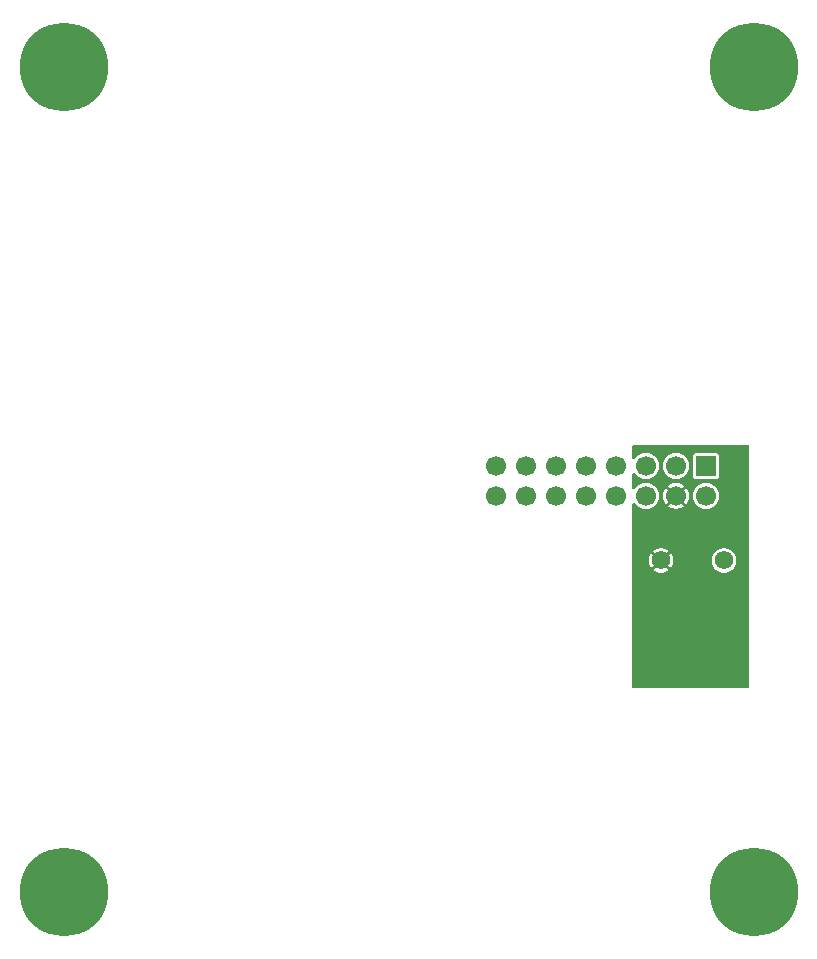
<source format=gbr>
%TF.GenerationSoftware,KiCad,Pcbnew,9.0.3-9.0.3-0~ubuntu24.04.1*%
%TF.CreationDate,2025-08-25T07:49:16-04:00*%
%TF.ProjectId,optical-carrier,6f707469-6361-46c2-9d63-617272696572,rev?*%
%TF.SameCoordinates,Original*%
%TF.FileFunction,Copper,L2,Bot*%
%TF.FilePolarity,Positive*%
%FSLAX46Y46*%
G04 Gerber Fmt 4.6, Leading zero omitted, Abs format (unit mm)*
G04 Created by KiCad (PCBNEW 9.0.3-9.0.3-0~ubuntu24.04.1) date 2025-08-25 07:49:16*
%MOMM*%
%LPD*%
G01*
G04 APERTURE LIST*
%TA.AperFunction,ComponentPad*%
%ADD10C,7.500000*%
%TD*%
%TA.AperFunction,ComponentPad*%
%ADD11C,1.574800*%
%TD*%
%TA.AperFunction,ComponentPad*%
%ADD12R,1.700000X1.700000*%
%TD*%
%TA.AperFunction,ComponentPad*%
%ADD13C,1.700000*%
%TD*%
G04 APERTURE END LIST*
D10*
%TO.P,H4,1*%
%TO.N,N/C*%
X233676000Y-130817000D03*
%TD*%
%TO.P,H1,1*%
%TO.N,N/C*%
X175256000Y-60967000D03*
%TD*%
%TO.P,H3,1*%
%TO.N,N/C*%
X175256000Y-130817000D03*
%TD*%
%TO.P,H2,1*%
%TO.N,N/C*%
X233676000Y-60967000D03*
%TD*%
D11*
%TO.P,D4,1,K*%
%TO.N,Net-(D4-K)*%
X231154500Y-102757500D03*
%TO.P,D4,2,A*%
%TO.N,Net-(D4-A)*%
X225820500Y-102757500D03*
%TD*%
D12*
%TO.P,J1,1,Pin_1*%
%TO.N,Net-(D1-A)*%
X229616000Y-94742000D03*
D13*
%TO.P,J1,2,Pin_2*%
%TO.N,Net-(D4-K)*%
X229616000Y-97282000D03*
%TO.P,J1,3,Pin_3*%
%TO.N,Net-(D1-K)*%
X227076000Y-94742000D03*
%TO.P,J1,4,Pin_4*%
%TO.N,Net-(D4-A)*%
X227076000Y-97282000D03*
%TO.P,J1,5,Pin_5*%
%TO.N,Net-(D2-A)*%
X224536000Y-94742000D03*
%TO.P,J1,6,Pin_6*%
%TO.N,unconnected-(J1-Pin_6-Pad6)*%
X224536000Y-97282000D03*
%TO.P,J1,7,Pin_7*%
%TO.N,Net-(D2-K)*%
X221996000Y-94742000D03*
%TO.P,J1,8,Pin_8*%
%TO.N,unconnected-(J1-Pin_8-Pad8)*%
X221996000Y-97282000D03*
%TO.P,J1,9,Pin_9*%
%TO.N,Net-(D3-A)*%
X219456000Y-94742000D03*
%TO.P,J1,10,Pin_10*%
%TO.N,unconnected-(J1-Pin_10-Pad10)*%
X219456000Y-97282000D03*
%TO.P,J1,11,Pin_11*%
%TO.N,Net-(D3-K)*%
X216916000Y-94742000D03*
%TO.P,J1,12,Pin_12*%
%TO.N,unconnected-(J1-Pin_12-Pad12)*%
X216916000Y-97282000D03*
%TO.P,J1,13,Pin_13*%
%TO.N,unconnected-(J1-Pin_13-Pad13)*%
X214376000Y-94742000D03*
%TO.P,J1,14,Pin_14*%
%TO.N,unconnected-(J1-Pin_14-Pad14)*%
X214376000Y-97282000D03*
%TO.P,J1,15,Pin_15*%
%TO.N,unconnected-(J1-Pin_15-Pad15)*%
X211836000Y-94742000D03*
%TO.P,J1,16,Pin_16*%
%TO.N,unconnected-(J1-Pin_16-Pad16)*%
X211836000Y-97282000D03*
%TD*%
%TA.AperFunction,Conductor*%
%TO.N,Net-(D4-A)*%
G36*
X233241121Y-92984002D02*
G01*
X233287614Y-93037658D01*
X233299000Y-93090000D01*
X233299000Y-113412000D01*
X233278998Y-113480121D01*
X233225342Y-113526614D01*
X233173000Y-113538000D01*
X223519000Y-113538000D01*
X223450879Y-113517998D01*
X223404386Y-113464342D01*
X223393000Y-113412000D01*
X223393000Y-102654928D01*
X224779100Y-102654928D01*
X224779100Y-102860071D01*
X224819120Y-103061265D01*
X224819122Y-103061270D01*
X224897623Y-103250788D01*
X224997751Y-103400641D01*
X225429362Y-102969030D01*
X225464811Y-103030430D01*
X225547570Y-103113189D01*
X225608967Y-103148636D01*
X225177357Y-103580247D01*
X225327212Y-103680376D01*
X225516729Y-103758877D01*
X225516734Y-103758879D01*
X225717928Y-103798899D01*
X225717932Y-103798900D01*
X225923068Y-103798900D01*
X225923071Y-103798899D01*
X226124265Y-103758879D01*
X226124270Y-103758877D01*
X226313787Y-103680376D01*
X226463641Y-103580246D01*
X226463642Y-103580246D01*
X226032032Y-103148636D01*
X226093430Y-103113189D01*
X226176189Y-103030430D01*
X226211636Y-102969032D01*
X226643246Y-103400642D01*
X226643246Y-103400641D01*
X226743376Y-103250787D01*
X226821877Y-103061270D01*
X226821879Y-103061265D01*
X226861899Y-102860071D01*
X226861900Y-102860067D01*
X226861900Y-102654930D01*
X226861899Y-102654929D01*
X226861889Y-102654879D01*
X230112600Y-102654879D01*
X230112600Y-102860120D01*
X230127914Y-102937105D01*
X230152640Y-103061411D01*
X230231180Y-103251025D01*
X230307368Y-103365048D01*
X230345203Y-103421671D01*
X230345208Y-103421677D01*
X230490322Y-103566791D01*
X230490328Y-103566796D01*
X230660975Y-103680820D01*
X230850589Y-103759360D01*
X231051882Y-103799400D01*
X231051883Y-103799400D01*
X231257117Y-103799400D01*
X231257118Y-103799400D01*
X231458411Y-103759360D01*
X231648025Y-103680820D01*
X231818672Y-103566796D01*
X231963796Y-103421672D01*
X232077820Y-103251025D01*
X232156360Y-103061411D01*
X232196400Y-102860118D01*
X232196400Y-102654882D01*
X232156360Y-102453589D01*
X232077820Y-102263975D01*
X231963796Y-102093328D01*
X231963791Y-102093322D01*
X231818677Y-101948208D01*
X231818671Y-101948203D01*
X231762048Y-101910368D01*
X231648025Y-101834180D01*
X231458411Y-101755640D01*
X231257120Y-101715600D01*
X231257118Y-101715600D01*
X231051882Y-101715600D01*
X231051879Y-101715600D01*
X230850588Y-101755640D01*
X230850583Y-101755642D01*
X230660975Y-101834180D01*
X230490328Y-101948203D01*
X230490322Y-101948208D01*
X230345208Y-102093322D01*
X230345203Y-102093328D01*
X230231180Y-102263975D01*
X230152642Y-102453583D01*
X230152640Y-102453588D01*
X230112600Y-102654879D01*
X226861889Y-102654879D01*
X226821879Y-102453734D01*
X226821877Y-102453729D01*
X226743376Y-102264212D01*
X226643247Y-102114357D01*
X226211636Y-102545967D01*
X226176189Y-102484570D01*
X226093430Y-102401811D01*
X226032029Y-102366362D01*
X226463641Y-101934751D01*
X226463642Y-101934751D01*
X226313788Y-101834623D01*
X226124270Y-101756122D01*
X226124265Y-101756120D01*
X225923071Y-101716100D01*
X225717928Y-101716100D01*
X225516734Y-101756120D01*
X225516729Y-101756122D01*
X225327211Y-101834623D01*
X225327207Y-101834625D01*
X225177356Y-101934751D01*
X225608968Y-102366362D01*
X225547570Y-102401811D01*
X225464811Y-102484570D01*
X225429363Y-102545968D01*
X224997751Y-102114356D01*
X224897625Y-102264207D01*
X224897623Y-102264211D01*
X224819122Y-102453729D01*
X224819120Y-102453734D01*
X224779100Y-102654928D01*
X223393000Y-102654928D01*
X223393000Y-97975670D01*
X223413002Y-97907549D01*
X223466658Y-97861056D01*
X223536932Y-97850952D01*
X223601512Y-97880446D01*
X223620934Y-97901606D01*
X223693535Y-98001533D01*
X223693537Y-98001535D01*
X223693539Y-98001538D01*
X223816464Y-98124463D01*
X223816467Y-98124465D01*
X223957116Y-98226653D01*
X224112019Y-98305580D01*
X224277362Y-98359303D01*
X224449074Y-98386500D01*
X224449077Y-98386500D01*
X224622923Y-98386500D01*
X224622926Y-98386500D01*
X224794638Y-98359303D01*
X224959981Y-98305580D01*
X225114884Y-98226653D01*
X225255533Y-98124465D01*
X225255538Y-98124460D01*
X225369160Y-98010839D01*
X225378460Y-98001538D01*
X225378463Y-98001535D01*
X225378465Y-98001533D01*
X225480653Y-97860884D01*
X225559580Y-97705981D01*
X225613303Y-97540638D01*
X225640500Y-97368926D01*
X225640500Y-97195116D01*
X225972000Y-97195116D01*
X225972000Y-97368883D01*
X225999185Y-97540524D01*
X226052883Y-97705788D01*
X226052884Y-97705790D01*
X226131776Y-97860625D01*
X226210042Y-97968349D01*
X226210043Y-97968349D01*
X226644234Y-97534158D01*
X226675901Y-97589007D01*
X226768993Y-97682099D01*
X226823840Y-97713765D01*
X226389649Y-98147955D01*
X226389649Y-98147956D01*
X226497374Y-98226223D01*
X226652209Y-98305115D01*
X226652211Y-98305116D01*
X226817475Y-98358814D01*
X226989116Y-98386000D01*
X227162884Y-98386000D01*
X227334524Y-98358814D01*
X227499788Y-98305116D01*
X227499790Y-98305115D01*
X227654621Y-98226225D01*
X227762349Y-98147955D01*
X227762349Y-98147954D01*
X227328159Y-97713764D01*
X227383007Y-97682099D01*
X227476099Y-97589007D01*
X227507764Y-97534159D01*
X227941954Y-97968349D01*
X227941955Y-97968349D01*
X228020225Y-97860621D01*
X228099115Y-97705790D01*
X228099116Y-97705788D01*
X228152814Y-97540524D01*
X228180000Y-97368883D01*
X228180000Y-97195116D01*
X228179993Y-97195074D01*
X228511500Y-97195074D01*
X228511500Y-97368926D01*
X228538697Y-97540638D01*
X228592420Y-97705981D01*
X228671347Y-97860884D01*
X228671349Y-97860887D01*
X228773536Y-98001535D01*
X228896464Y-98124463D01*
X228896467Y-98124465D01*
X229037116Y-98226653D01*
X229192019Y-98305580D01*
X229357362Y-98359303D01*
X229529074Y-98386500D01*
X229529077Y-98386500D01*
X229702923Y-98386500D01*
X229702926Y-98386500D01*
X229874638Y-98359303D01*
X230039981Y-98305580D01*
X230194884Y-98226653D01*
X230335533Y-98124465D01*
X230458465Y-98001533D01*
X230560653Y-97860884D01*
X230639580Y-97705981D01*
X230693303Y-97540638D01*
X230720500Y-97368926D01*
X230720500Y-97195074D01*
X230693303Y-97023362D01*
X230639580Y-96858019D01*
X230560653Y-96703116D01*
X230458465Y-96562467D01*
X230458463Y-96562464D01*
X230335535Y-96439536D01*
X230194887Y-96337349D01*
X230194886Y-96337348D01*
X230194884Y-96337347D01*
X230039981Y-96258420D01*
X230039978Y-96258419D01*
X230039976Y-96258418D01*
X229874642Y-96204698D01*
X229874640Y-96204697D01*
X229874638Y-96204697D01*
X229702926Y-96177500D01*
X229529074Y-96177500D01*
X229357362Y-96204697D01*
X229357360Y-96204697D01*
X229357357Y-96204698D01*
X229192023Y-96258418D01*
X229192017Y-96258421D01*
X229037112Y-96337349D01*
X228896464Y-96439536D01*
X228773536Y-96562464D01*
X228671349Y-96703112D01*
X228592421Y-96858017D01*
X228592418Y-96858023D01*
X228538698Y-97023357D01*
X228538697Y-97023360D01*
X228538697Y-97023362D01*
X228511500Y-97195074D01*
X228179993Y-97195074D01*
X228152814Y-97023475D01*
X228099116Y-96858211D01*
X228099115Y-96858209D01*
X228020223Y-96703374D01*
X227941955Y-96595649D01*
X227507764Y-97029839D01*
X227476099Y-96974993D01*
X227383007Y-96881901D01*
X227328158Y-96850234D01*
X227762349Y-96416043D01*
X227762349Y-96416042D01*
X227654625Y-96337776D01*
X227499790Y-96258884D01*
X227499788Y-96258883D01*
X227334524Y-96205185D01*
X227162884Y-96178000D01*
X226989116Y-96178000D01*
X226817475Y-96205185D01*
X226652211Y-96258883D01*
X226652209Y-96258884D01*
X226497379Y-96337773D01*
X226497379Y-96337774D01*
X226389649Y-96416042D01*
X226389649Y-96416044D01*
X226823840Y-96850235D01*
X226768993Y-96881901D01*
X226675901Y-96974993D01*
X226644235Y-97029840D01*
X226210044Y-96595649D01*
X226210042Y-96595649D01*
X226131774Y-96703379D01*
X226131773Y-96703379D01*
X226052884Y-96858209D01*
X226052883Y-96858211D01*
X225999185Y-97023475D01*
X225972000Y-97195116D01*
X225640500Y-97195116D01*
X225640500Y-97195074D01*
X225613303Y-97023362D01*
X225559580Y-96858019D01*
X225480653Y-96703116D01*
X225378465Y-96562467D01*
X225378463Y-96562464D01*
X225255535Y-96439536D01*
X225114887Y-96337349D01*
X225114886Y-96337348D01*
X225114884Y-96337347D01*
X224959981Y-96258420D01*
X224959978Y-96258419D01*
X224959976Y-96258418D01*
X224794642Y-96204698D01*
X224794640Y-96204697D01*
X224794638Y-96204697D01*
X224622926Y-96177500D01*
X224449074Y-96177500D01*
X224277362Y-96204697D01*
X224277360Y-96204697D01*
X224277357Y-96204698D01*
X224112023Y-96258418D01*
X224112017Y-96258421D01*
X223957112Y-96337349D01*
X223816464Y-96439536D01*
X223693540Y-96562460D01*
X223620936Y-96662391D01*
X223564713Y-96705744D01*
X223493977Y-96711819D01*
X223431185Y-96678687D01*
X223396274Y-96616867D01*
X223393000Y-96588329D01*
X223393000Y-95435670D01*
X223413002Y-95367549D01*
X223466658Y-95321056D01*
X223536932Y-95310952D01*
X223601512Y-95340446D01*
X223620934Y-95361606D01*
X223693535Y-95461533D01*
X223693537Y-95461535D01*
X223693539Y-95461538D01*
X223816464Y-95584463D01*
X223861342Y-95617069D01*
X223957116Y-95686653D01*
X224112019Y-95765580D01*
X224277362Y-95819303D01*
X224449074Y-95846500D01*
X224449077Y-95846500D01*
X224622923Y-95846500D01*
X224622926Y-95846500D01*
X224794638Y-95819303D01*
X224959981Y-95765580D01*
X225114884Y-95686653D01*
X225255533Y-95584465D01*
X225378465Y-95461533D01*
X225480653Y-95320884D01*
X225559580Y-95165981D01*
X225613303Y-95000638D01*
X225640500Y-94828926D01*
X225640500Y-94655074D01*
X225971500Y-94655074D01*
X225971500Y-94828926D01*
X225998697Y-95000638D01*
X226052420Y-95165981D01*
X226131347Y-95320884D01*
X226131349Y-95320887D01*
X226233536Y-95461535D01*
X226356464Y-95584463D01*
X226401342Y-95617069D01*
X226497116Y-95686653D01*
X226652019Y-95765580D01*
X226817362Y-95819303D01*
X226989074Y-95846500D01*
X226989077Y-95846500D01*
X227162923Y-95846500D01*
X227162926Y-95846500D01*
X227334638Y-95819303D01*
X227499981Y-95765580D01*
X227654884Y-95686653D01*
X227795533Y-95584465D01*
X227918465Y-95461533D01*
X228020653Y-95320884D01*
X228099580Y-95165981D01*
X228153303Y-95000638D01*
X228180500Y-94828926D01*
X228180500Y-94655074D01*
X228153303Y-94483362D01*
X228099580Y-94318019D01*
X228020653Y-94163116D01*
X227918465Y-94022467D01*
X227918463Y-94022464D01*
X227795535Y-93899536D01*
X227750657Y-93866930D01*
X228511500Y-93866930D01*
X228511500Y-95617063D01*
X228511501Y-95617073D01*
X228526265Y-95691300D01*
X228582516Y-95775484D01*
X228666697Y-95831733D01*
X228666699Y-95831734D01*
X228740933Y-95846500D01*
X230491066Y-95846499D01*
X230491069Y-95846498D01*
X230491073Y-95846498D01*
X230540326Y-95836701D01*
X230565301Y-95831734D01*
X230649484Y-95775484D01*
X230705734Y-95691301D01*
X230720500Y-95617067D01*
X230720499Y-93866934D01*
X230720498Y-93866930D01*
X230720498Y-93866926D01*
X230705734Y-93792699D01*
X230656102Y-93718421D01*
X230649484Y-93708516D01*
X230583907Y-93664698D01*
X230565302Y-93652266D01*
X230491067Y-93637500D01*
X228740936Y-93637500D01*
X228740926Y-93637501D01*
X228666699Y-93652265D01*
X228582515Y-93708516D01*
X228526266Y-93792697D01*
X228511500Y-93866930D01*
X227750657Y-93866930D01*
X227654887Y-93797349D01*
X227654886Y-93797348D01*
X227654884Y-93797347D01*
X227499981Y-93718420D01*
X227499978Y-93718419D01*
X227499976Y-93718418D01*
X227334642Y-93664698D01*
X227334640Y-93664697D01*
X227334638Y-93664697D01*
X227162926Y-93637500D01*
X226989074Y-93637500D01*
X226817362Y-93664697D01*
X226817360Y-93664697D01*
X226817357Y-93664698D01*
X226652023Y-93718418D01*
X226652017Y-93718421D01*
X226497112Y-93797349D01*
X226356464Y-93899536D01*
X226233536Y-94022464D01*
X226131349Y-94163112D01*
X226052421Y-94318017D01*
X226052418Y-94318023D01*
X225998698Y-94483357D01*
X225998697Y-94483360D01*
X225998697Y-94483362D01*
X225971500Y-94655074D01*
X225640500Y-94655074D01*
X225613303Y-94483362D01*
X225559580Y-94318019D01*
X225480653Y-94163116D01*
X225378465Y-94022467D01*
X225378463Y-94022464D01*
X225255535Y-93899536D01*
X225114887Y-93797349D01*
X225114886Y-93797348D01*
X225114884Y-93797347D01*
X224959981Y-93718420D01*
X224959978Y-93718419D01*
X224959976Y-93718418D01*
X224794642Y-93664698D01*
X224794640Y-93664697D01*
X224794638Y-93664697D01*
X224622926Y-93637500D01*
X224449074Y-93637500D01*
X224277362Y-93664697D01*
X224277360Y-93664697D01*
X224277357Y-93664698D01*
X224112023Y-93718418D01*
X224112017Y-93718421D01*
X223957112Y-93797349D01*
X223816464Y-93899536D01*
X223693540Y-94022460D01*
X223620936Y-94122391D01*
X223564713Y-94165744D01*
X223493977Y-94171819D01*
X223431185Y-94138687D01*
X223396274Y-94076867D01*
X223393000Y-94048329D01*
X223393000Y-93090000D01*
X223413002Y-93021879D01*
X223466658Y-92975386D01*
X223519000Y-92964000D01*
X233173000Y-92964000D01*
X233241121Y-92984002D01*
G37*
%TD.AperFunction*%
%TD*%
M02*

</source>
